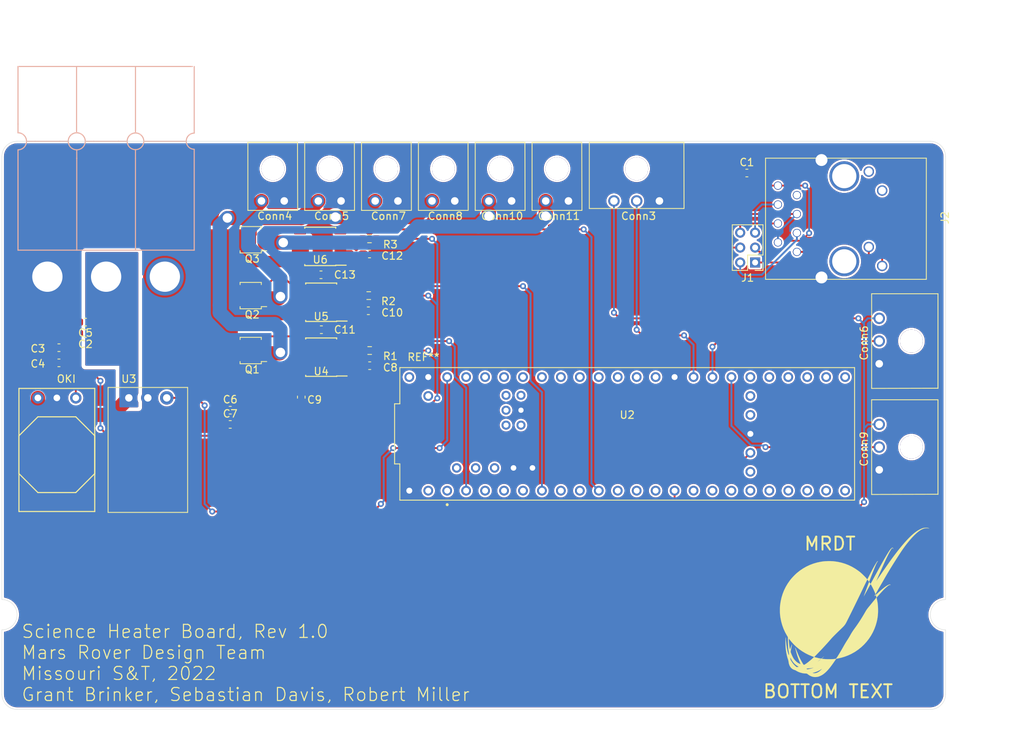
<source format=kicad_pcb>
(kicad_pcb (version 20171130) (host pcbnew "(5.1.10)-1")
  (layers (0 F.Cu signal) (31 B.Cu signal) (34 B.Paste user) (35 F.Paste user) (36 B.SilkS user) (37 F.SilkS user) (38 B.Mask user) (39 F.Mask user) (44 Edge.Cuts user))
  (net 0 "")
  (net 1 GND)
  (net 2 "Net-(C1-Pad1)")
  (net 3 +5V)
  (net 4 +3V3)
  (net 5 "Net-(Q1-Pad4)")
  (net 6 "Net-(R1-Pad2)")
  (net 7 +12V)
  (net 8 "Net-(C10-Pad1)")
  (net 9 +12VA)
  (net 10 "Net-(J1-Pad5)")
  (net 11 "Net-(J1-Pad6)")
  (net 12 "Net-(J2-Pad7)")
  (net 13 "Net-(J1-Pad2)")
  (net 14 "Net-(J1-Pad1)")
  (net 15 "Net-(J2-Pad11)")
  (net 16 "Net-(J1-Pad4)")
  (net 17 "Net-(J2-Pad12)")
  (net 18 "Net-(C1-Pad2)")
  (net 19 "Net-(C8-Pad1)")
  (net 20 "Net-(C12-Pad1)")
  (net 21 "/Mosfets and Sensors/pair1_out")
  (net 22 "Net-(Conn4-Pad1)")
  (net 23 "/Mosfets and Sensors/pair2_out")
  (net 24 "Net-(Conn7-Pad1)")
  (net 25 "/Mosfets and Sensors/pair3_out")
  (net 26 "Net-(Conn10-Pad1)")
  (net 27 "Net-(Q2-Pad4)")
  (net 28 "Net-(Q3-Pad4)")
  (net 29 "Net-(R2-Pad2)")
  (net 30 "Net-(R3-Pad2)")
  (net 31 "Net-(U2-PadVBAT)")
  (net 32 "Net-(U2-PadT+)")
  (net 33 "Net-(U2-PadON/OFF)")
  (net 34 "Net-(U2-PadR+)")
  (net 35 "Net-(U2-Pad0)")
  (net 36 "Net-(U2-PadVUSB)")
  (net 37 "Net-(U2-PadPROGRAM)")
  (net 38 "/Mosfets and Sensors/pair3_in")
  (net 39 "Net-(U2-Pad31)")
  (net 40 "Net-(U2-Pad3)")
  (net 41 "Net-(U2-Pad21)")
  (net 42 "Net-(U2-Pad5V)")
  (net 43 "Net-(U2-Pad1)")
  (net 44 "Net-(U2-Pad15)")
  (net 45 "Net-(U2-Pad35)")
  (net 46 "Net-(U2-PadLED)")
  (net 47 "Net-(U2-Pad11)")
  (net 48 "Net-(U2-PadD+)")
  (net 49 "Net-(U2-Pad19)")
  (net 50 "Net-(U2-Pad20)")
  (net 51 "Net-(U2-Pad28)")
  (net 52 "Net-(U2-Pad24)")
  (net 53 "Net-(U2-Pad32)")
  (net 54 "Net-(U2-Pad29)")
  (net 55 "Net-(U2-Pad38)")
  (net 56 "Net-(U2-Pad18)")
  (net 57 "Net-(U2-Pad8)")
  (net 58 "Net-(U2-Pad36)")
  (net 59 "Net-(U2-Pad4)")
  (net 60 "/Mosfets and Sensors/pair2_in")
  (net 61 "Net-(U2-Pad10)")
  (net 62 "Net-(U2-Pad12)")
  (net 63 "Net-(U2-Pad34)")
  (net 64 "Net-(U2-Pad27)")
  (net 65 "Net-(U2-Pad33)")
  (net 66 "Net-(U2-Pad14)")
  (net 67 "Net-(U2-Pad17)")
  (net 68 "Net-(U2-Pad5)")
  (net 69 "Net-(U2-Pad7)")
  (net 70 "Net-(U2-Pad22)")
  (net 71 "Net-(U2-Pad25)")
  (net 72 "/Mosfets and Sensors/pair1_in")
  (net 73 "Net-(U2-Pad16)")
  (net 74 "Net-(U2-Pad26)")
  (net 75 "Net-(U2-Pad13)")
  (net 76 "Net-(U2-Pad30)")
  (net 77 "Net-(U2-Pad37)")
  (net 78 "Net-(U2-Pad23)")
  (net 79 "Net-(U2-PadVIN)")
  (module MRDT_Silkscreens:0_MRDT_Logo_20mm (layer F.Cu) (at 165.1 113.538)
    (fp_text reference "Bottom Text" hide)
    (fp_text value MRDT hide)
  )
  (module Package_SO:SOIC-8-N7_3.9x4.9mm_P1.27mm (layer F.Cu) (at 93.472 65.786 180)
    (fp_text reference U6 (at 0 -1.778) (layer F.SilkS))
    (fp_text value LT1910)
    (pad 8 smd rect (at 2.7 -1.905 180) (size 1.55 0.6) (layers F.Cu F.Paste F.Mask) (net 9 +12VA))
    (pad 6 smd rect (at 2.7 0.635 180) (size 1.55 0.6) (layers F.Cu F.Paste F.Mask) (net 9 +12VA))
    (pad 5 smd rect (at 2.7 1.905 180) (size 1.55 0.6) (layers F.Cu F.Paste F.Mask) (net 28 "Net-(Q3-Pad4)"))
    (pad 4 smd rect (at -2.7 1.905 180) (size 1.55 0.6) (layers F.Cu F.Paste F.Mask) (net 38 "/Mosfets and Sensors/pair3_in"))
    (pad 3 smd rect (at -2.7 0.635 180) (size 1.55 0.6) (layers F.Cu F.Paste F.Mask) (net 30 "Net-(R3-Pad2)"))
    (pad 2 smd rect (at -2.7 -0.635 180) (size 1.55 0.6) (layers F.Cu F.Paste F.Mask) (net 20 "Net-(C12-Pad1)"))
    (pad 1 smd rect (at -2.7 -1.905 180) (size 1.55 0.6) (layers F.Cu F.Paste F.Mask) (net 1 GND))
  )
  (module Package_SO:SOIC-8-N7_3.9x4.9mm_P1.27mm (layer F.Cu) (at 93.599 73.279 180)
    (fp_text reference U5 (at 0 -1.905) (layer F.SilkS))
    (fp_text value LT1910)
    (pad 8 smd rect (at 2.7 -1.905 180) (size 1.55 0.6) (layers F.Cu F.Paste F.Mask) (net 9 +12VA))
    (pad 6 smd rect (at 2.7 0.635 180) (size 1.55 0.6) (layers F.Cu F.Paste F.Mask) (net 9 +12VA))
    (pad 5 smd rect (at 2.7 1.905 180) (size 1.55 0.6) (layers F.Cu F.Paste F.Mask) (net 27 "Net-(Q2-Pad4)"))
    (pad 4 smd rect (at -2.7 1.905 180) (size 1.55 0.6) (layers F.Cu F.Paste F.Mask) (net 60 "/Mosfets and Sensors/pair2_in"))
    (pad 3 smd rect (at -2.7 0.635 180) (size 1.55 0.6) (layers F.Cu F.Paste F.Mask) (net 29 "Net-(R2-Pad2)"))
    (pad 2 smd rect (at -2.7 -0.635 180) (size 1.55 0.6) (layers F.Cu F.Paste F.Mask) (net 8 "Net-(C10-Pad1)"))
    (pad 1 smd rect (at -2.7 -1.905 180) (size 1.55 0.6) (layers F.Cu F.Paste F.Mask) (net 1 GND))
  )
  (module Package_SO:SOIC-8-N7_3.9x4.9mm_P1.27mm (layer F.Cu) (at 93.599 80.645 180)
    (fp_text reference U4 (at 0 -1.905) (layer F.SilkS))
    (fp_text value LT1910)
    (pad 8 smd rect (at 2.7 -1.905 180) (size 1.55 0.6) (layers F.Cu F.Paste F.Mask) (net 9 +12VA))
    (pad 6 smd rect (at 2.7 0.635 180) (size 1.55 0.6) (layers F.Cu F.Paste F.Mask) (net 9 +12VA))
    (pad 5 smd rect (at 2.7 1.905 180) (size 1.55 0.6) (layers F.Cu F.Paste F.Mask) (net 5 "Net-(Q1-Pad4)"))
    (pad 4 smd rect (at -2.7 1.905 180) (size 1.55 0.6) (layers F.Cu F.Paste F.Mask) (net 72 "/Mosfets and Sensors/pair1_in"))
    (pad 3 smd rect (at -2.7 0.635 180) (size 1.55 0.6) (layers F.Cu F.Paste F.Mask) (net 6 "Net-(R1-Pad2)"))
    (pad 2 smd rect (at -2.7 -0.635 180) (size 1.55 0.6) (layers F.Cu F.Paste F.Mask) (net 19 "Net-(C8-Pad1)"))
    (pad 1 smd rect (at -2.7 -1.905 180) (size 1.55 0.6) (layers F.Cu F.Paste F.Mask) (net 1 GND))
  )
  (module Converter_DCDC:Converter_DCDC_muRata_OKI-78SR_Horizontal (layer F.Cu) (at 67.818 86.106)
    (fp_text reference U3 (at 0 -2.54 180) (layer F.SilkS))
    (fp_text value OKI-78SR-3.3_1.5-W36H-C)
    (pad 3 thru_hole circle (at 5.08 0 180) (size 1.8 1.8) (drill 1) (layers *.Cu *.Mask) (net 4 +3V3))
    (pad 2 thru_hole circle (at 2.54 0 180) (size 1.8 1.8) (drill 1) (layers *.Cu *.Mask) (net 1 GND))
    (pad 1 thru_hole rect (at 0 0 180) (size 1.8 1.8) (drill 1) (layers *.Cu *.Mask) (net 7 +12V))
  )
  (module MRDT_Shields:Teensy_4_1_Vertical (layer F.Cu) (at 83.82 55.372)
    (fp_text reference U2 (at 50.8 33.02) (layer F.SilkS))
    (fp_text value Teensy4.1_DEV-16771)
    (fp_text user REF** (at 23.495 25.265) (layer F.SilkS))
    (pad GND1 thru_hole circle (at 21.59 43.18) (size 1.308 1.308) (drill 0.8) (layers *.Cu *.Mask) (net 1 GND))
    (pad VBAT thru_hole circle (at 67.31 40.64) (size 1.308 1.308) (drill 0.8) (layers *.Cu *.Mask) (net 31 "Net-(U2-PadVBAT)"))
    (pad GND2 thru_hole circle (at 57.15 27.94) (size 1.308 1.308) (drill 0.8) (layers *.Cu *.Mask) (net 1 GND))
    (pad R- thru_hole circle (at 36.56 30.39) (size 1.208 1.208) (drill 0.7) (layers *.Cu *.Mask))
    (pad T+ thru_hole circle (at 36.56 34.39) (size 1.208 1.208) (drill 0.7) (layers *.Cu *.Mask) (net 32 "Net-(U2-PadT+)"))
    (pad ON/OFF thru_hole circle (at 67.31 30.48) (size 1.308 1.308) (drill 0.8) (layers *.Cu *.Mask) (net 33 "Net-(U2-PadON/OFF)"))
    (pad R+ thru_hole circle (at 34.56 30.39) (size 1.208 1.208) (drill 0.7) (layers *.Cu *.Mask) (net 34 "Net-(U2-PadR+)"))
    (pad 0 thru_hole circle (at 24.13 43.18) (size 1.308 1.308) (drill 0.8) (layers *.Cu *.Mask) (net 35 "Net-(U2-Pad0)"))
    (pad 3.3V_3 thru_hole circle (at 67.31 38.1) (size 1.308 1.308) (drill 0.8) (layers *.Cu *.Mask) (net 4 +3V3))
    (pad VUSB thru_hole circle (at 24.13 30.48) (size 1.308 1.308) (drill 0.8) (layers *.Cu *.Mask) (net 36 "Net-(U2-PadVUSB)"))
    (pad PROGRAM thru_hole circle (at 67.31 33.02) (size 1.308 1.308) (drill 0.8) (layers *.Cu *.Mask) (net 37 "Net-(U2-PadPROGRAM)"))
    (pad GND5 thru_hole circle (at 36.56 32.39) (size 1.208 1.208) (drill 0.7) (layers *.Cu *.Mask) (net 1 GND))
    (pad GND4 thru_hole circle (at 67.31 35.56) (size 1.308 1.308) (drill 0.8) (layers *.Cu *.Mask) (net 1 GND))
    (pad VIN thru_hole circle (at 21.59 27.94) (size 1.308 1.308) (drill 0.8) (layers *.Cu *.Mask) (net 79 "Net-(U2-PadVIN)"))
    (pad 9 thru_hole circle (at 46.99 43.18) (size 1.308 1.308) (drill 0.8) (layers *.Cu *.Mask) (net 38 "/Mosfets and Sensors/pair3_in"))
    (pad 31 thru_hole circle (at 77.47 43.18) (size 1.308 1.308) (drill 0.8) (layers *.Cu *.Mask) (net 39 "Net-(U2-Pad31)"))
    (pad 39 thru_hole circle (at 64.77 27.94) (size 1.308 1.308) (drill 0.8) (layers *.Cu *.Mask) (net 25 "/Mosfets and Sensors/pair3_out"))
    (pad 3 thru_hole circle (at 31.75 43.18) (size 1.308 1.308) (drill 0.8) (layers *.Cu *.Mask) (net 40 "Net-(U2-Pad3)"))
    (pad 21 thru_hole circle (at 34.29 27.94) (size 1.308 1.308) (drill 0.8) (layers *.Cu *.Mask) (net 41 "Net-(U2-Pad21)"))
    (pad 3.3V_2 thru_hole circle (at 26.67 27.94) (size 1.308 1.308) (drill 0.8) (layers *.Cu *.Mask) (net 4 +3V3))
    (pad 5V thru_hole circle (at 27.94 40.13) (size 1.258 1.258) (drill 0.75) (layers *.Cu *.Mask) (net 42 "Net-(U2-Pad5V)"))
    (pad 1 thru_hole circle (at 26.67 43.18) (size 1.308 1.308) (drill 0.8) (layers *.Cu *.Mask) (net 43 "Net-(U2-Pad1)"))
    (pad D- thru_hole circle (at 30.48 40.13) (size 1.258 1.258) (drill 0.75) (layers *.Cu *.Mask))
    (pad 15 thru_hole circle (at 49.53 27.94) (size 1.308 1.308) (drill 0.8) (layers *.Cu *.Mask) (net 44 "Net-(U2-Pad15)"))
    (pad GND3 thru_hole circle (at 24.13 27.94) (size 1.308 1.308) (drill 0.8) (layers *.Cu *.Mask) (net 1 GND))
    (pad 35 thru_hole circle (at 74.93 27.94) (size 1.308 1.308) (drill 0.8) (layers *.Cu *.Mask) (net 45 "Net-(U2-Pad35)"))
    (pad LED thru_hole circle (at 34.56 32.39) (size 1.208 1.208) (drill 0.7) (layers *.Cu *.Mask) (net 46 "Net-(U2-PadLED)"))
    (pad 41 thru_hole circle (at 59.69 27.94) (size 1.308 1.308) (drill 0.8) (layers *.Cu *.Mask) (net 21 "/Mosfets and Sensors/pair1_out"))
    (pad 11 thru_hole circle (at 52.07 43.18) (size 1.308 1.308) (drill 0.8) (layers *.Cu *.Mask) (net 47 "Net-(U2-Pad11)"))
    (pad D+ thru_hole circle (at 33.02 40.13 180) (size 1.258 1.258) (drill 0.75) (layers *.Cu *.Mask) (net 48 "Net-(U2-PadD+)"))
    (pad 19 thru_hole circle (at 39.37 27.94) (size 1.308 1.308) (drill 0.8) (layers *.Cu *.Mask) (net 49 "Net-(U2-Pad19)"))
    (pad 20 thru_hole circle (at 36.83 27.94) (size 1.308 1.308) (drill 0.8) (layers *.Cu *.Mask) (net 50 "Net-(U2-Pad20)"))
    (pad 28 thru_hole circle (at 69.85 43.18) (size 1.308 1.308) (drill 0.8) (layers *.Cu *.Mask) (net 51 "Net-(U2-Pad28)"))
    (pad 24 thru_hole circle (at 59.69 43.18) (size 1.308 1.308) (drill 0.8) (layers *.Cu *.Mask) (net 52 "Net-(U2-Pad24)"))
    (pad 32 thru_hole circle (at 80.01 43.18) (size 1.308 1.308) (drill 0.8) (layers *.Cu *.Mask) (net 53 "Net-(U2-Pad32)"))
    (pad 29 thru_hole circle (at 72.39 43.18) (size 1.308 1.308) (drill 0.8) (layers *.Cu *.Mask) (net 54 "Net-(U2-Pad29)"))
    (pad 38 thru_hole circle (at 67.31 27.94) (size 1.308 1.308) (drill 0.8) (layers *.Cu *.Mask) (net 55 "Net-(U2-Pad38)"))
    (pad 18 thru_hole circle (at 41.91 27.94) (size 1.308 1.308) (drill 0.8) (layers *.Cu *.Mask) (net 56 "Net-(U2-Pad18)"))
    (pad 8 thru_hole circle (at 44.45 43.18) (size 1.308 1.308) (drill 0.8) (layers *.Cu *.Mask) (net 57 "Net-(U2-Pad8)"))
    (pad T- thru_hole circle (at 34.56 34.39 270) (size 1.208 1.208) (drill 0.7) (layers *.Cu *.Mask))
    (pad 36 thru_hole circle (at 72.39 27.94) (size 1.308 1.308) (drill 0.8) (layers *.Cu *.Mask) (net 58 "Net-(U2-Pad36)"))
    (pad 40 thru_hole circle (at 62.23 27.94) (size 1.308 1.308) (drill 0.8) (layers *.Cu *.Mask) (net 23 "/Mosfets and Sensors/pair2_out"))
    (pad 4 thru_hole circle (at 34.29 43.18) (size 1.308 1.308) (drill 0.8) (layers *.Cu *.Mask) (net 59 "Net-(U2-Pad4)"))
    (pad USB_GND1 thru_hole circle (at 35.56 40.13 180) (size 1.258 1.258) (drill 0.75) (layers *.Cu *.Mask) (net 1 GND))
    (pad 6 thru_hole circle (at 39.37 43.18) (size 1.308 1.308) (drill 0.8) (layers *.Cu *.Mask) (net 60 "/Mosfets and Sensors/pair2_in"))
    (pad 10 thru_hole circle (at 49.53 43.18) (size 1.308 1.308) (drill 0.8) (layers *.Cu *.Mask) (net 61 "Net-(U2-Pad10)"))
    (pad 12 thru_hole circle (at 54.61 43.18) (size 1.308 1.308) (drill 0.8) (layers *.Cu *.Mask) (net 62 "Net-(U2-Pad12)"))
    (pad 34 thru_hole circle (at 77.47 27.94) (size 1.308 1.308) (drill 0.8) (layers *.Cu *.Mask) (net 63 "Net-(U2-Pad34)"))
    (pad 27 thru_hole circle (at 67.31 43.18) (size 1.308 1.308) (drill 0.8) (layers *.Cu *.Mask) (net 64 "Net-(U2-Pad27)"))
    (pad 33 thru_hole circle (at 80.01 27.94) (size 1.308 1.308) (drill 0.8) (layers *.Cu *.Mask) (net 65 "Net-(U2-Pad33)"))
    (pad USB_GND2 thru_hole circle (at 38.1 40.13) (size 1.258 1.258) (drill 0.75) (layers *.Cu *.Mask) (net 1 GND))
    (pad 14 thru_hole circle (at 52.07 27.94) (size 1.308 1.308) (drill 0.8) (layers *.Cu *.Mask) (net 66 "Net-(U2-Pad14)"))
    (pad 17 thru_hole circle (at 44.45 27.94) (size 1.308 1.308) (drill 0.8) (layers *.Cu *.Mask) (net 67 "Net-(U2-Pad17)"))
    (pad 5 thru_hole circle (at 36.83 43.18) (size 1.308 1.308) (drill 0.8) (layers *.Cu *.Mask) (net 68 "Net-(U2-Pad5)"))
    (pad 7 thru_hole circle (at 41.91 43.18) (size 1.308 1.308) (drill 0.8) (layers *.Cu *.Mask) (net 69 "Net-(U2-Pad7)"))
    (pad 22 thru_hole circle (at 31.75 27.94) (size 1.308 1.308) (drill 0.8) (layers *.Cu *.Mask) (net 70 "Net-(U2-Pad22)"))
    (pad 25 thru_hole circle (at 62.23 43.18) (size 1.308 1.308) (drill 0.8) (layers *.Cu *.Mask) (net 71 "Net-(U2-Pad25)"))
    (pad 2 thru_hole circle (at 29.21 43.18) (size 1.308 1.308) (drill 0.8) (layers *.Cu *.Mask) (net 72 "/Mosfets and Sensors/pair1_in"))
    (pad 16 thru_hole circle (at 46.99 27.94) (size 1.308 1.308) (drill 0.8) (layers *.Cu *.Mask) (net 73 "Net-(U2-Pad16)"))
    (pad 26 thru_hole circle (at 64.77 43.18) (size 1.308 1.308) (drill 0.8) (layers *.Cu *.Mask) (net 74 "Net-(U2-Pad26)"))
    (pad 3.3V_1 thru_hole circle (at 57.15 43.18) (size 1.308 1.308) (drill 0.8) (layers *.Cu *.Mask) (net 4 +3V3))
    (pad 13 thru_hole circle (at 54.61 27.94) (size 1.308 1.308) (drill 0.8) (layers *.Cu *.Mask) (net 75 "Net-(U2-Pad13)"))
    (pad 30 thru_hole circle (at 74.93 43.18) (size 1.308 1.308) (drill 0.8) (layers *.Cu *.Mask) (net 76 "Net-(U2-Pad30)"))
    (pad 37 thru_hole circle (at 69.85 27.94) (size 1.308 1.308) (drill 0.8) (layers *.Cu *.Mask) (net 77 "Net-(U2-Pad37)"))
    (pad 23 thru_hole circle (at 29.21 27.94) (size 1.308 1.308) (drill 0.8) (layers *.Cu *.Mask) (net 78 "Net-(U2-Pad23)"))
  )
  (module MRDT_Devices:OKI_Horizontal (layer F.Cu) (at 55.626 86.106)
    (fp_text reference U1 hide)
    (fp_text value OKI (at 3.81 -2.54) (layer F.SilkS))
    (pad 3 thru_hole circle (at 5.08 0) (size 1.524 1.524) (drill 0.889) (layers *.Cu *.Mask) (net 3 +5V))
    (pad 2 thru_hole circle (at 2.54 0) (size 1.524 1.524) (drill 0.889) (layers *.Cu *.Mask) (net 1 GND))
    (pad 1 thru_hole circle (at 0 0) (size 1.524 1.524) (drill 0.889) (layers *.Cu *.Mask) (net 7 +12V))
  )
  (module Resistor_SMD:R_0603_1608Metric_Pad0.98x0.95mm_HandSolder (layer F.Cu) (at 100.076 64.77 180)
    (fp_text reference R3 (at -2.794 -0.762) (layer F.SilkS))
    (fp_text value 5.1k)
    (pad 2 smd roundrect (at 0.9125 0 180) (size 0.975 0.95) (layers F.Cu F.Paste F.Mask) (net 30 "Net-(R3-Pad2)"))
    (pad 1 smd roundrect (at -0.9125 0 180) (size 0.975 0.95) (layers F.Cu F.Paste F.Mask) (net 3 +5V))
  )
  (module Resistor_SMD:R_0603_1608Metric_Pad0.98x0.95mm_HandSolder (layer F.Cu) (at 99.9725 72.39 180)
    (fp_text reference R2 (at -2.6435 -0.762) (layer F.SilkS))
    (fp_text value 5.1k)
    (pad 2 smd roundrect (at 0.9125 0 180) (size 0.975 0.95) (layers F.Cu F.Paste F.Mask) (net 29 "Net-(R2-Pad2)"))
    (pad 1 smd roundrect (at -0.9125 0 180) (size 0.975 0.95) (layers F.Cu F.Paste F.Mask) (net 3 +5V))
  )
  (module Resistor_SMD:R_0603_1608Metric_Pad0.98x0.95mm_HandSolder (layer F.Cu) (at 100.0995 79.756 180)
    (fp_text reference R1 (at -2.7705 -0.762) (layer F.SilkS))
    (fp_text value 5.1k)
    (pad 2 smd roundrect (at 0.9125 0 180) (size 0.975 0.95) (layers F.Cu F.Paste F.Mask) (net 6 "Net-(R1-Pad2)"))
    (pad 1 smd roundrect (at -0.9125 0 180) (size 0.975 0.95) (layers F.Cu F.Paste F.Mask) (net 3 +5V))
  )
  (module Package_TO_SOT_SMD:LFPAK33 (layer F.Cu) (at 84.352 64.897 180)
    (fp_text reference Q3 (at 0 -2.55) (layer F.SilkS))
    (fp_text value BUK7M33-60EX)
    (pad 5 smd custom (at 0.405 0 180) (size 1.85 2.25) (layers F.Cu F.Mask) (net 9 +12VA) (options (clearance outline) (anchor rect)) (primitives (gr_poly (pts (xy 0.925 -1.175) (xy 1.545 -1.175) (xy 1.545 -0.775) (xy 0.925 -0.775)) (width 0)) (gr_poly (pts (xy 0.925 -0.525) (xy 1.545 -0.525) (xy 1.545 -0.125) (xy 0.925 -0.125)) (width 0)) (gr_poly (pts (xy 0.925 0.125) (xy 1.545 0.125) (xy 1.545 0.525) (xy 0.925 0.525)) (width 0)) (gr_poly (pts (xy 0.925 0.775) (xy 1.545 0.775) (xy 1.545 1.175) (xy 0.925 1.175)) (width 0))))
    (pad 4 smd rect (at -1.535 0.975 180) (size 0.83 0.4) (layers F.Cu F.Mask) (net 28 "Net-(Q3-Pad4)"))
    (pad 3 smd rect (at -1.535 0.325 180) (size 0.83 0.4) (layers F.Cu F.Mask) (net 26 "Net-(Conn10-Pad1)"))
    (pad 1 smd rect (at -1.535 -0.975 180) (size 0.83 0.4) (layers F.Cu F.Mask) (net 26 "Net-(Conn10-Pad1)"))
    (pad 2 smd rect (at -1.535 -0.325 180) (size 0.83 0.4) (layers F.Cu F.Mask) (net 26 "Net-(Conn10-Pad1)"))
  )
  (module Package_TO_SOT_SMD:LFPAK33 (layer F.Cu) (at 84.352 72.39 180)
    (fp_text reference Q2 (at 0 -2.55) (layer F.SilkS))
    (fp_text value BUK7M33-60EX)
    (pad 5 smd custom (at 0.405 0 180) (size 1.85 2.25) (layers F.Cu F.Mask) (net 9 +12VA) (options (clearance outline) (anchor rect)) (primitives (gr_poly (pts (xy 0.925 -1.175) (xy 1.545 -1.175) (xy 1.545 -0.775) (xy 0.925 -0.775)) (width 0)) (gr_poly (pts (xy 0.925 -0.525) (xy 1.545 -0.525) (xy 1.545 -0.125) (xy 0.925 -0.125)) (width 0)) (gr_poly (pts (xy 0.925 0.125) (xy 1.545 0.125) (xy 1.545 0.525) (xy 0.925 0.525)) (width 0)) (gr_poly (pts (xy 0.925 0.775) (xy 1.545 0.775) (xy 1.545 1.175) (xy 0.925 1.175)) (width 0))))
    (pad 4 smd rect (at -1.535 0.975 180) (size 0.83 0.4) (layers F.Cu F.Mask) (net 27 "Net-(Q2-Pad4)"))
    (pad 3 smd rect (at -1.535 0.325 180) (size 0.83 0.4) (layers F.Cu F.Mask) (net 24 "Net-(Conn7-Pad1)"))
    (pad 1 smd rect (at -1.535 -0.975 180) (size 0.83 0.4) (layers F.Cu F.Mask) (net 24 "Net-(Conn7-Pad1)"))
    (pad 2 smd rect (at -1.535 -0.325 180) (size 0.83 0.4) (layers F.Cu F.Mask) (net 24 "Net-(Conn7-Pad1)"))
  )
  (module Package_TO_SOT_SMD:LFPAK33 (layer F.Cu) (at 84.352 79.756 180)
    (fp_text reference Q1 (at 0 -2.55) (layer F.SilkS))
    (fp_text value BUK7M33-60EX)
    (pad 5 smd custom (at 0.405 0 180) (size 1.85 2.25) (layers F.Cu F.Mask) (net 9 +12VA) (options (clearance outline) (anchor rect)) (primitives (gr_poly (pts (xy 0.925 -1.175) (xy 1.545 -1.175) (xy 1.545 -0.775) (xy 0.925 -0.775)) (width 0)) (gr_poly (pts (xy 0.925 -0.525) (xy 1.545 -0.525) (xy 1.545 -0.125) (xy 0.925 -0.125)) (width 0)) (gr_poly (pts (xy 0.925 0.125) (xy 1.545 0.125) (xy 1.545 0.525) (xy 0.925 0.525)) (width 0)) (gr_poly (pts (xy 0.925 0.775) (xy 1.545 0.775) (xy 1.545 1.175) (xy 0.925 1.175)) (width 0))))
    (pad 4 smd rect (at -1.535 0.975 180) (size 0.83 0.4) (layers F.Cu F.Mask) (net 5 "Net-(Q1-Pad4)"))
    (pad 3 smd rect (at -1.535 0.325 180) (size 0.83 0.4) (layers F.Cu F.Mask) (net 22 "Net-(Conn4-Pad1)"))
    (pad 1 smd rect (at -1.535 -0.975 180) (size 0.83 0.4) (layers F.Cu F.Mask) (net 22 "Net-(Conn4-Pad1)"))
    (pad 2 smd rect (at -1.535 -0.325 180) (size 0.83 0.4) (layers F.Cu F.Mask) (net 22 "Net-(Conn4-Pad1)"))
  )
  (module MRDT_Connectors:RJ45_Teensy (layer F.Cu) (at 176.715 61.953 90)
    (fp_text reference J2 (at 0 0.5 90) (layer F.SilkS))
    (fp_text value RJ45_LED_Shielded)
    (pad 8 thru_hole circle (at 4.32 -21.89 90) (size 1.1 1.1) (drill 0.9) (layers *.Cu *.Mask) (net 18 "Net-(C1-Pad2)"))
    (pad 6 thru_hole circle (at 1.78 -21.89 90) (size 1.1 1.1) (drill 0.9) (layers *.Cu *.Mask) (net 10 "Net-(J1-Pad5)"))
    (pad 4 thru_hole circle (at -0.76 -21.89 90) (size 1.1 1.1) (drill 0.9) (layers *.Cu *.Mask) (net 11 "Net-(J1-Pad6)"))
    (pad 2 thru_hole circle (at -3.3 -21.89 90) (size 1.1 1.1) (drill 0.9) (layers *.Cu *.Mask) (net 2 "Net-(C1-Pad1)"))
    (pad 7 thru_hole circle (at 3.05 -19.35 90) (size 1.1 1.1) (drill 0.9) (layers *.Cu *.Mask) (net 12 "Net-(J2-Pad7)"))
    (pad 5 thru_hole circle (at 0.51 -19.35 90) (size 1.1 1.1) (drill 0.9) (layers *.Cu *.Mask) (net 2 "Net-(C1-Pad1)"))
    (pad 3 thru_hole circle (at -2.03 -19.35 90) (size 1.1 1.1) (drill 0.9) (layers *.Cu *.Mask) (net 13 "Net-(J1-Pad2)"))
    (pad 1 thru_hole circle (at -4.57 -19.35 90) (size 1.1 1.1) (drill 0.9) (layers *.Cu *.Mask) (net 14 "Net-(J1-Pad1)"))
    (pad 14 thru_hole circle (at 5.59 -13 90) (size 4 4) (drill 3.25) (layers *.Cu *.Mask))
    (pad 13 thru_hole circle (at -5.84 -13 90) (size 4 4) (drill 3.25) (layers *.Cu *.Mask))
    (pad 11 thru_hole circle (at 3.66 -7.92 90) (size 1.4 1.4) (drill 1.02) (layers *.Cu *.Mask) (net 15 "Net-(J2-Pad11)"))
    (pad 10 thru_hole circle (at -3.91 -9.71 90) (size 1.4 1.4) (drill 1.02) (layers *.Cu *.Mask) (net 16 "Net-(J1-Pad4)"))
    (pad 12 thru_hole circle (at 6.2 -9.71 90) (size 1.4 1.4) (drill 1.02) (layers *.Cu *.Mask) (net 17 "Net-(J2-Pad12)"))
    (pad 9 thru_hole circle (at -6.45 -7.92 90) (size 1.4 1.4) (drill 1.02) (layers *.Cu *.Mask) (net 18 "Net-(C1-Pad2)"))
    (pad 15 thru_hole circle (at -8 -16.05 90) (size 2 2) (drill 1.6) (layers *.Cu *.Mask) (net 1 GND))
    (pad 16 thru_hole circle (at 7.75 -16.05 90) (size 2 2) (drill 1.6) (layers *.Cu *.Mask) (net 1 GND))
  )
  (module Connector_PinHeader_2.00mm:PinHeader_2x03_P2.00mm_Vertical (layer F.Cu) (at 151.765 67.945 180)
    (fp_text reference J1 (at 1 -2.06) (layer F.SilkS))
    (fp_text value 6P6C)
    (pad 6 thru_hole oval (at 2 4 180) (size 1.35 1.35) (drill 0.8) (layers *.Cu *.Mask) (net 11 "Net-(J1-Pad6)"))
    (pad 5 thru_hole oval (at 0 4 180) (size 1.35 1.35) (drill 0.8) (layers *.Cu *.Mask) (net 10 "Net-(J1-Pad5)"))
    (pad 4 thru_hole oval (at 2 2 180) (size 1.35 1.35) (drill 0.8) (layers *.Cu *.Mask) (net 16 "Net-(J1-Pad4)"))
    (pad 3 thru_hole oval (at 0 2 180) (size 1.35 1.35) (drill 0.8) (layers *.Cu *.Mask) (net 18 "Net-(C1-Pad2)"))
    (pad 2 thru_hole oval (at 2 0 180) (size 1.35 1.35) (drill 0.8) (layers *.Cu *.Mask) (net 13 "Net-(J1-Pad2)"))
    (pad 1 thru_hole rect (at 0 0 180) (size 1.35 1.35) (drill 0.8) (layers *.Cu *.Mask) (net 14 "Net-(J1-Pad1)"))
  )
  (module MRDT_Connectors:MOLEX_uF_S_02_Horizontal (layer F.Cu) (at 125.222 60.706)
    (fp_text reference Conn11 (at 0.254 1.016) (layer F.SilkS))
    (fp_text value Molex_uF_S_02)
    (pad 1 thru_hole circle (at -1.524 -1.016 90) (size 1.524 1.524) (drill 1.016) (layers *.Cu *.Mask) (net 26 "Net-(Conn10-Pad1)"))
    (pad 2 thru_hole circle (at 1.524 -1.016 90) (size 1.524 1.524) (drill 1.016) (layers *.Cu *.Mask) (net 1 GND))
    (pad "" thru_hole circle (at 0 -5.334) (size 3.0734 3.0734) (drill 3.0734) (layers *.Cu *.Mask))
  )
  (module MRDT_Connectors:MOLEX_uF_S_02_Horizontal (layer F.Cu) (at 117.602 60.706)
    (fp_text reference Conn10 (at 0.254 1.016) (layer F.SilkS))
    (fp_text value Molex_uF_S_02)
    (pad 1 thru_hole circle (at -1.524 -1.016 90) (size 1.524 1.524) (drill 1.016) (layers *.Cu *.Mask) (net 26 "Net-(Conn10-Pad1)"))
    (pad 2 thru_hole circle (at 1.524 -1.016 90) (size 1.524 1.524) (drill 1.016) (layers *.Cu *.Mask) (net 1 GND))
    (pad "" thru_hole circle (at 0 -5.334) (size 3.0734 3.0734) (drill 3.0734) (layers *.Cu *.Mask))
  )
  (module MRDT_Connectors:MOLEX_uF_S_03_Horizontal (layer F.Cu) (at 167.386 92.71 270)
    (fp_text reference Conn9 (at 0.254 1.016 90) (layer F.SilkS))
    (fp_text value Molex_uF_S_03)
    (pad 3 thru_hole circle (at 3.048 -1.016) (size 1.524 1.524) (drill 1.016) (layers *.Cu *.Mask) (net 1 GND))
    (pad "" thru_hole circle (at 0 -5.334 270) (size 3.0734 3.0734) (drill 3.0734) (layers *.Cu *.Mask))
    (pad 2 thru_hole circle (at 0 -1.016) (size 1.524 1.524) (drill 1.016) (layers *.Cu *.Mask) (net 25 "/Mosfets and Sensors/pair3_out"))
    (pad 1 thru_hole circle (at -3.048 -1.016) (size 1.524 1.524) (drill 1.016) (layers *.Cu *.Mask) (net 4 +3V3))
  )
  (module MRDT_Connectors:MOLEX_uF_S_02_Horizontal (layer F.Cu) (at 109.982 60.706)
    (fp_text reference Conn8 (at 0.254 1.016) (layer F.SilkS))
    (fp_text value Molex_uF_S_02)
    (pad 1 thru_hole circle (at -1.524 -1.016 90) (size 1.524 1.524) (drill 1.016) (layers *.Cu *.Mask) (net 24 "Net-(Conn7-Pad1)"))
    (pad 2 thru_hole circle (at 1.524 -1.016 90) (size 1.524 1.524) (drill 1.016) (layers *.Cu *.Mask) (net 1 GND))
    (pad "" thru_hole circle (at 0 -5.334) (size 3.0734 3.0734) (drill 3.0734) (layers *.Cu *.Mask))
  )
  (module MRDT_Connectors:MOLEX_uF_S_02_Horizontal (layer F.Cu) (at 102.362 60.706)
    (fp_text reference Conn7 (at 0.254 1.016) (layer F.SilkS))
    (fp_text value Molex_uF_S_02)
    (pad 1 thru_hole circle (at -1.524 -1.016 90) (size 1.524 1.524) (drill 1.016) (layers *.Cu *.Mask) (net 24 "Net-(Conn7-Pad1)"))
    (pad 2 thru_hole circle (at 1.524 -1.016 90) (size 1.524 1.524) (drill 1.016) (layers *.Cu *.Mask) (net 1 GND))
    (pad "" thru_hole circle (at 0 -5.334) (size 3.0734 3.0734) (drill 3.0734) (layers *.Cu *.Mask))
  )
  (module MRDT_Connectors:MOLEX_uF_S_03_Horizontal (layer F.Cu) (at 167.386 78.486 270)
    (fp_text reference Conn6 (at 0.254 1.016 90) (layer F.SilkS))
    (fp_text value Molex_uF_S_03)
    (pad 3 thru_hole circle (at 3.048 -1.016) (size 1.524 1.524) (drill 1.016) (layers *.Cu *.Mask) (net 1 GND))
    (pad "" thru_hole circle (at 0 -5.334 270) (size 3.0734 3.0734) (drill 3.0734) (layers *.Cu *.Mask))
    (pad 2 thru_hole circle (at 0 -1.016) (size 1.524 1.524) (drill 1.016) (layers *.Cu *.Mask) (net 23 "/Mosfets and Sensors/pair2_out"))
    (pad 1 thru_hole circle (at -3.048 -1.016) (size 1.524 1.524) (drill 1.016) (layers *.Cu *.Mask) (net 4 +3V3))
  )
  (module MRDT_Connectors:MOLEX_uF_S_02_Horizontal (layer F.Cu) (at 94.742 60.706)
    (fp_text reference Conn5 (at 0.254 1.016) (layer F.SilkS))
    (fp_text value Molex_uF_S_02)
    (pad 1 thru_hole circle (at -1.524 -1.016 90) (size 1.524 1.524) (drill 1.016) (layers *.Cu *.Mask) (net 22 "Net-(Conn4-Pad1)"))
    (pad 2 thru_hole circle (at 1.524 -1.016 90) (size 1.524 1.524) (drill 1.016) (layers *.Cu *.Mask) (net 1 GND))
    (pad "" thru_hole circle (at 0 -5.334) (size 3.0734 3.0734) (drill 3.0734) (layers *.Cu *.Mask))
  )
  (module MRDT_Connectors:MOLEX_uF_S_02_Horizontal (layer F.Cu) (at 87.122 60.706)
    (fp_text reference Conn4 (at 0.254 1.016) (layer F.SilkS))
    (fp_text value Molex_uF_S_02)
    (pad 1 thru_hole circle (at -1.524 -1.016 90) (size 1.524 1.524) (drill 1.016) (layers *.Cu *.Mask) (net 22 "Net-(Conn4-Pad1)"))
    (pad 2 thru_hole circle (at 1.524 -1.016 90) (size 1.524 1.524) (drill 1.016) (layers *.Cu *.Mask) (net 1 GND))
    (pad "" thru_hole circle (at 0 -5.334) (size 3.0734 3.0734) (drill 3.0734) (layers *.Cu *.Mask))
  )
  (module MRDT_Connectors:MOLEX_uF_S_03_Horizontal (layer F.Cu) (at 135.89 60.706)
    (fp_text reference Conn3 (at 0.254 1.016) (layer F.SilkS))
    (fp_text value Molex_uF_S_03)
    (pad 1 thru_hole circle (at -3.048 -1.016 90) (size 1.524 1.524) (drill 1.016) (layers *.Cu *.Mask) (net 4 +3V3))
    (pad 2 thru_hole circle (at 0 -1.016 90) (size 1.524 1.524) (drill 1.016) (layers *.Cu *.Mask) (net 21 "/Mosfets and Sensors/pair1_out"))
    (pad "" thru_hole circle (at 0 -5.334) (size 3.0734 3.0734) (drill 3.0734) (layers *.Cu *.Mask))
    (pad 3 thru_hole circle (at 3.048 -1.016 90) (size 1.524 1.524) (drill 1.016) (layers *.Cu *.Mask) (net 1 GND))
  )
  (module MRDT_Connectors:Anderson_3_Horizontal_Side_by_Side (layer B.Cu) (at 56.896 69.85 270)
    (fp_text reference Conn2 hide)
    (fp_text value AndersonPP)
    (pad 1 thru_hole circle (at 0 0 270) (size 5.08 5.08) (drill 4.06) (layers *.Cu *.Mask) (net 1 GND))
    (pad 2 thru_hole circle (at 0 -7.874 270) (size 5.08 5.08) (drill 4.06) (layers *.Cu *.Mask) (net 7 +12V))
    (pad 3 thru_hole circle (at 0 -15.748 270) (size 5.08 5.08) (drill 4.06) (layers *.Cu *.Mask) (net 9 +12VA))
  )
  (module Capacitor_SMD:C_0603_1608Metric_Pad1.08x0.95mm_HandSolder (layer F.Cu) (at 93.5725 69.596)
    (fp_text reference C13 (at 3.2015 0) (layer F.SilkS))
    (fp_text value "10uF 50V")
    (pad 2 smd roundrect (at 0.8625 0) (size 1.075 0.95) (layers F.Cu F.Paste F.Mask) (net 1 GND))
    (pad 1 smd roundrect (at -0.8625 0) (size 1.075 0.95) (layers F.Cu F.Paste F.Mask) (net 9 +12VA))
  )
  (module Capacitor_SMD:C_0603_1608Metric_Pad1.08x0.95mm_HandSolder (layer F.Cu) (at 100.076 66.802)
    (fp_text reference C12 (at 3.048 0.254) (layer F.SilkS))
    (fp_text value 0.1uF)
    (pad 2 smd roundrect (at 0.8625 0) (size 1.075 0.95) (layers F.Cu F.Paste F.Mask) (net 1 GND))
    (pad 1 smd roundrect (at -0.8625 0) (size 1.075 0.95) (layers F.Cu F.Paste F.Mask) (net 20 "Net-(C12-Pad1)"))
  )
  (module Capacitor_SMD:C_0603_1608Metric_Pad1.08x0.95mm_HandSolder (layer F.Cu) (at 93.6255 76.962)
    (fp_text reference C11 (at 3.1485 0) (layer F.SilkS))
    (fp_text value "10uF 50V")
    (pad 2 smd roundrect (at 0.8625 0) (size 1.075 0.95) (layers F.Cu F.Paste F.Mask) (net 1 GND))
    (pad 1 smd roundrect (at -0.8625 0) (size 1.075 0.95) (layers F.Cu F.Paste F.Mask) (net 9 +12VA))
  )
  (module Capacitor_SMD:C_0603_1608Metric_Pad1.08x0.95mm_HandSolder (layer F.Cu) (at 99.9225 74.422)
    (fp_text reference C10 (at 3.2015 0.254) (layer F.SilkS))
    (fp_text value 0.1uF)
    (pad 2 smd roundrect (at 0.8625 0) (size 1.075 0.95) (layers F.Cu F.Paste F.Mask) (net 1 GND))
    (pad 1 smd roundrect (at -0.8625 0) (size 1.075 0.95) (layers F.Cu F.Paste F.Mask) (net 8 "Net-(C10-Pad1)"))
  )
  (module Capacitor_SMD:C_0603_1608Metric_Pad1.08x0.95mm_HandSolder (layer F.Cu) (at 90.932 86.0055 270)
    (fp_text reference C9 (at 0.3545 -1.778 180) (layer F.SilkS))
    (fp_text value "10uF 50V")
    (pad 2 smd roundrect (at 0.8625 0 270) (size 1.075 0.95) (layers F.Cu F.Paste F.Mask) (net 1 GND))
    (pad 1 smd roundrect (at -0.8625 0 270) (size 1.075 0.95) (layers F.Cu F.Paste F.Mask) (net 9 +12VA))
  )
  (module Capacitor_SMD:C_0603_1608Metric_Pad1.08x0.95mm_HandSolder (layer F.Cu) (at 100.1025 81.788)
    (fp_text reference C8 (at 2.7675 0.254) (layer F.SilkS))
    (fp_text value 0.1uF)
    (pad 2 smd roundrect (at 0.8625 0) (size 1.075 0.95) (layers F.Cu F.Paste F.Mask) (net 1 GND))
    (pad 1 smd roundrect (at -0.8625 0) (size 1.075 0.95) (layers F.Cu F.Paste F.Mask) (net 19 "Net-(C8-Pad1)"))
  )
  (module Capacitor_SMD:C_0603_1608Metric_Pad1.08x0.95mm_HandSolder (layer F.Cu) (at 81.407 89.662)
    (fp_text reference C7 (at 0 -1.43) (layer F.SilkS))
    (fp_text value 0.1uF)
    (pad 2 smd roundrect (at 0.8625 0) (size 1.075 0.95) (layers F.Cu F.Paste F.Mask) (net 1 GND))
    (pad 1 smd roundrect (at -0.8625 0) (size 1.075 0.95) (layers F.Cu F.Paste F.Mask) (net 4 +3V3))
  )
  (module Capacitor_SMD:C_0603_1608Metric_Pad1.08x0.95mm_HandSolder (layer F.Cu) (at 81.407 87.757)
    (fp_text reference C6 (at 0 -1.43) (layer F.SilkS))
    (fp_text value 10uF)
    (pad 2 smd roundrect (at 0.8625 0) (size 1.075 0.95) (layers F.Cu F.Paste F.Mask) (net 1 GND))
    (pad 1 smd roundrect (at -0.8625 0) (size 1.075 0.95) (layers F.Cu F.Paste F.Mask) (net 4 +3V3))
  )
  (module Capacitor_SMD:C_0603_1608Metric_Pad1.08x0.95mm_HandSolder (layer F.Cu) (at 62.0025 75.946 180)
    (fp_text reference C5 (at 0 -1.43) (layer F.SilkS))
    (fp_text value "22uF 50V")
    (pad 2 smd roundrect (at 0.8625 0 180) (size 1.075 0.95) (layers F.Cu F.Paste F.Mask) (net 1 GND))
    (pad 1 smd roundrect (at -0.8625 0 180) (size 1.075 0.95) (layers F.Cu F.Paste F.Mask) (net 7 +12V))
  )
  (module Capacitor_SMD:C_0603_1608Metric_Pad1.08x0.95mm_HandSolder (layer F.Cu) (at 58.4465 81.407 180)
    (fp_text reference C4 (at 2.8205 -0.127) (layer F.SilkS))
    (fp_text value 0.1uF)
    (pad 2 smd roundrect (at 0.8625 0 180) (size 1.075 0.95) (layers F.Cu F.Paste F.Mask) (net 1 GND))
    (pad 1 smd roundrect (at -0.8625 0 180) (size 1.075 0.95) (layers F.Cu F.Paste F.Mask) (net 3 +5V))
  )
  (module Capacitor_SMD:C_0603_1608Metric_Pad1.08x0.95mm_HandSolder (layer F.Cu) (at 58.4465 79.375 180)
    (fp_text reference C3 (at 2.8205 -0.127) (layer F.SilkS))
    (fp_text value 10uF)
    (pad 2 smd roundrect (at 0.8625 0 180) (size 1.075 0.95) (layers F.Cu F.Paste F.Mask) (net 1 GND))
    (pad 1 smd roundrect (at -0.8625 0 180) (size 1.075 0.95) (layers F.Cu F.Paste F.Mask) (net 3 +5V))
  )
  (module Capacitor_SMD:C_0603_1608Metric_Pad1.08x0.95mm_HandSolder (layer F.Cu) (at 62.0025 77.47 180)
    (fp_text reference C2 (at 0 -1.43) (layer F.SilkS))
    (fp_text value "22uF 50V")
    (pad 2 smd roundrect (at 0.8625 0 180) (size 1.075 0.95) (layers F.Cu F.Paste F.Mask) (net 1 GND))
    (pad 1 smd roundrect (at -0.8625 0 180) (size 1.075 0.95) (layers F.Cu F.Paste F.Mask) (net 7 +12V))
  )
  (module Capacitor_SMD:C_0603_1608Metric_Pad1.08x0.95mm_HandSolder (layer F.Cu) (at 150.659 55.9435)
    (fp_text reference C1 (at 0 -1.43) (layer F.SilkS))
    (fp_text value 0.1uF)
    (pad 2 smd roundrect (at 0.8625 0) (size 1.075 0.95) (layers F.Cu F.Paste F.Mask) (net 18 "Net-(C1-Pad2)"))
    (pad 1 smd roundrect (at -0.8625 0) (size 1.075 0.95) (layers F.Cu F.Paste F.Mask) (net 2 "Net-(C1-Pad1)"))
  )
  (gr_text "BOTTOM TEXT" (at 161.544 125.476) (layer F.SilkS) (effects (font (size 1.7526 1.7526) (thickness 0.254))))
  (gr_text MRDT (at 161.798 105.664) (layer F.SilkS) (effects (font (size 1.7526 1.7526) (thickness 0.254))))
  (gr_text "Science Heater Board, Rev 1.0\nMars Rover Design Team\nMissouri S&T, 2022\nGrant Brinker, Sebastian Davis, Robert Miller" (at 53.34 121.666) (layer F.SilkS) (effects (font (size 1.7526 1.7526)) (justify left)))
  (gr_line (start 175.26 127.889) (end 163.068 127.889) (layer Edge.Cuts) (width 0.05))
  (gr_line (start 175.26 51.689) (end 163.068 51.689) (layer Edge.Cuts) (width 0.05))
  (gr_line (start 65.532 127.889) (end 52.832 127.889) (layer Edge.Cuts) (width 0.05))
  (gr_line (start 65.532 51.689) (end 52.832 51.689) (layer Edge.Cuts) (width 0.05))
  (gr_arc (start 175.26 53.721) (end 177.292 53.721) (angle -90) (layer Edge.Cuts) (width 0.05))
  (gr_line (start 177.292 113.157) (end 177.292 53.721) (layer Edge.Cuts) (width 0.05))
  (gr_arc (start 177.292 115.189) (end 177.292 113.157) (angle -180) (layer Edge.Cuts) (width 0.05))
  (gr_line (start 177.292 125.857) (end 177.292 117.221) (layer Edge.Cuts) (width 0.05))
  (gr_arc (start 175.26 125.857) (end 175.26 127.889) (angle -90) (layer Edge.Cuts) (width 0.05))
  (gr_line (start 65.532 127.889) (end 163.068 127.889) (layer Edge.Cuts) (width 0.05))
  (gr_arc (start 52.832 125.857) (end 50.8 125.857) (angle -90) (layer Edge.Cuts) (width 0.05))
  (gr_line (start 50.8 117.221) (end 50.8 125.857) (layer Edge.Cuts) (width 0.05))
  (gr_arc (start 50.8 115.189) (end 50.8 117.221) (angle -180) (layer Edge.Cuts) (width 0.05))
  (gr_line (start 50.8 53.721) (end 50.8 113.157) (layer Edge.Cuts) (width 0.05))
  (gr_arc (start 52.832 53.721) (end 52.832 51.689) (angle -90) (layer Edge.Cuts) (width 0.05))
  (gr_line (start 163.068 51.689) (end 65.532 51.689) (layer Edge.Cuts) (width 0.05))
  (segment (start 154.825 63.983) (end 157.365 61.443) (width 0.254) (layer B.Cu) (net 2))
  (segment (start 154.825 65.253) (end 154.825 63.983) (width 0.254) (layer B.Cu) (net 2))
  (segment (start 148.565 61.443) (end 149.631 61.443) (width 0.254) (layer F.Cu) (net 2))
  (segment (start 148.082 56.388) (end 148.082 60.96) (width 0.254) (layer F.Cu) (net 2))
  (segment (start 148.082 60.96) (end 148.565 61.443) (width 0.254) (layer F.Cu) (net 2))
  (segment (start 148.5265 55.9435) (end 148.082 56.388) (width 0.254) (layer F.Cu) (net 2))
  (segment (start 149.7965 55.9435) (end 148.5265 55.9435) (width 0.254) (layer F.Cu) (net 2))
  (segment (start 149.631 61.443) (end 149.581 61.443) (width 0.254) (layer F.Cu) (net 2))
  (segment (start 157.365 61.443) (end 149.631 61.443) (width 0.254) (layer F.Cu) (net 2))
  (via (at 109.166561 86.15614) (size 0.8) (drill 0.4) (layers F.Cu B.Cu) (net 3))
  (segment (start 109.097742 86.15614) (end 109.166561 86.15614) (width 0.254) (layer F.Cu) (net 3))
  (via (at 108.458 64.77) (size 0.8) (drill 0.4) (layers F.Cu B.Cu) (net 3))
  (segment (start 108.458 64.77) (end 100.9885 64.77) (width 0.254) (layer F.Cu) (net 3))
  (segment (start 109.166561 65.478561) (end 108.458 64.77) (width 0.254) (layer B.Cu) (net 3))
  (via (at 107.95 72.39) (size 0.8) (drill 0.4) (layers F.Cu B.Cu) (net 3))
  (segment (start 100.885 72.39) (end 107.95 72.39) (width 0.254) (layer F.Cu) (net 3))
  (segment (start 107.95 72.39) (end 109.166561 73.606561) (width 0.254) (layer B.Cu) (net 3))
  (segment (start 109.166561 73.606561) (end 109.166561 65.478561) (width 0.254) (layer B.Cu) (net 3))
  (via (at 107.95 79.756) (size 0.8) (drill 0.4) (layers F.Cu B.Cu) (net 3))
  (segment (start 107.823 79.883) (end 107.95 79.756) (width 0.254) (layer F.Cu) (net 3))
  (segment (start 109.019439 80.825439) (end 109.166561 80.825439) (width 0.254) (layer B.Cu) (net 3))
  (segment (start 107.95 79.756) (end 109.019439 80.825439) (width 0.254) (layer B.Cu) (net 3))
  (segment (start 109.166561 80.825439) (end 109.166561 73.606561) (width 0.254) (layer B.Cu) (net 3))
  (segment (start 109.166561 86.15614) (end 109.166561 80.825439) (width 0.254) (layer B.Cu) (net 3))
  (segment (start 101.012 79.756) (end 107.95 79.756) (width 0.254) (layer F.Cu) (net 3))
  (via (at 64.008 90.17) (size 0.8) (drill 0.4) (layers F.Cu B.Cu) (net 3))
  (segment (start 60.706 83.82) (end 61.214 83.312) (width 0.254) (layer F.Cu) (net 3))
  (segment (start 61.214 83.312) (end 62.992 83.312) (width 0.254) (layer F.Cu) (net 3))
  (segment (start 63.5 83.312) (end 64.008 83.82) (width 0.254) (layer F.Cu) (net 3))
  (via (at 64.008 83.82) (size 0.8) (drill 0.4) (layers F.Cu B.Cu) (net 3))
  (segment (start 62.992 83.312) (end 63.5 83.312) (width 0.254) (layer F.Cu) (net 3))
  (segment (start 60.706 83.82) (end 60.706 86.106) (width 0.254) (layer F.Cu) (net 3))
  (segment (start 104.067882 91.186) (end 106.389941 88.863941) (width 0.254) (layer F.Cu) (net 3))
  (segment (start 65.024 91.186) (end 104.067882 91.186) (width 0.254) (layer F.Cu) (net 3))
  (segment (start 64.008 90.17) (end 65.024 91.186) (width 0.254) (layer F.Cu) (net 3))
  (segment (start 106.389941 88.863941) (end 109.097742 86.15614) (width 0.254) (layer F.Cu) (net 3))
  (segment (start 106.353882 88.9) (end 106.389941 88.863941) (width 0.254) (layer F.Cu) (net 3))
  (segment (start 64.008 83.82) (end 64.008 85.852) (width 0.254) (layer B.Cu) (net 3))
  (segment (start 64.008 85.852) (end 64.008 90.17) (width 0.254) (layer B.Cu) (net 3))
  (segment (start 64.008 85.598) (end 64.008 85.852) (width 0.254) (layer B.Cu) (net 3))
  (segment (start 59.309 81.407) (end 59.944 81.407) (width 0.254) (layer F.Cu) (net 3))
  (segment (start 60.706 82.169) (end 60.706 83.82) (width 0.254) (layer F.Cu) (net 3))
  (segment (start 59.944 81.407) (end 60.706 82.169) (width 0.254) (layer F.Cu) (net 3))
  (segment (start 59.944 79.375) (end 60.706 80.137) (width 0.254) (layer F.Cu) (net 3))
  (segment (start 59.309 79.375) (end 59.944 79.375) (width 0.254) (layer F.Cu) (net 3))
  (segment (start 60.706 80.137) (end 60.706 82.169) (width 0.254) (layer F.Cu) (net 3))
  (segment (start 80.5445 89.662) (end 80.5445 87.757) (width 0.254) (layer F.Cu) (net 4))
  (via (at 166.37 100.076) (size 0.8) (drill 0.4) (layers F.Cu B.Cu) (net 4))
  (segment (start 165.1 101.346) (end 166.37 100.076) (width 0.254) (layer F.Cu) (net 4))
  (segment (start 164.338 101.346) (end 165.1 101.346) (width 0.254) (layer F.Cu) (net 4))
  (segment (start 166.878 89.662) (end 168.402 89.662) (width 0.254) (layer B.Cu) (net 4))
  (segment (start 166.37 90.17) (end 166.878 89.662) (width 0.254) (layer B.Cu) (net 4))
  (segment (start 166.37 100.076) (end 166.37 90.17) (width 0.254) (layer B.Cu) (net 4))
  (segment (start 166.878 75.438) (end 168.402 75.438) (width 0.254) (layer B.Cu) (net 4))
  (segment (start 166.37 75.946) (end 166.878 75.438) (width 0.254) (layer B.Cu) (net 4))
  (segment (start 100.584 101.346) (end 101.6 100.33) (width 0.254) (layer F.Cu) (net 4))
  (via (at 101.6 100.33) (size 0.8) (drill 0.4) (layers F.Cu B.Cu) (net 4))
  (segment (start 100.076 101.346) (end 100.584 101.346) (width 0.254) (layer F.Cu) (net 4))
  (segment (start 100.076 101.346) (end 128.524 101.346) (width 0.254) (layer F.Cu) (net 4))
  (via (at 165.608 75.438) (size 0.8) (drill 0.4) (layers F.Cu B.Cu) (net 4))
  (segment (start 166.37 76.2) (end 165.608 75.438) (width 0.254) (layer B.Cu) (net 4))
  (segment (start 166.37 90.17) (end 166.37 76.2) (width 0.254) (layer B.Cu) (net 4))
  (segment (start 166.37 76.2) (end 166.37 75.946) (width 0.254) (layer B.Cu) (net 4))
  (segment (start 165.608 75.438) (end 134.62 75.438) (width 0.254) (layer F.Cu) (net 4))
  (segment (start 133.604 75.438) (end 132.842 74.676) (width 0.254) (layer F.Cu) (net 4))
  (via (at 132.842 74.676) (size 0.8) (drill 0.4) (layers F.Cu B.Cu) (net 4))
  (segment (start 134.62 75.438) (end 133.604 75.438) (width 0.254) (layer F.Cu) (net 4))
  (segment (start 132.842 74.676) (end 132.842 59.69) (width 0.254) (layer B.Cu) (net 4))
  (segment (start 76.962 86.106) (end 77.47 86.614) (width 0.254) (layer F.Cu) (net 4))
  (segment (start 80.5445 86.6405) (end 80.5445 87.757) (width 0.254) (layer F.Cu) (net 4))
  (segment (start 80.01 86.106) (end 80.5445 86.6405) (width 0.254) (layer F.Cu) (net 4))
  (via (at 77.978 87.122) (size 0.8) (drill 0.4) (layers F.Cu B.Cu) (net 4))
  (segment (start 77.47 86.614) (end 77.978 87.122) (width 0.254) (layer F.Cu) (net 4))
  (segment (start 72.898 86.106) (end 77.216 86.106) (width 0.254) (layer F.Cu) (net 4))
  (segment (start 77.216 86.106) (end 80.01 86.106) (width 0.254) (layer F.Cu) (net 4))
  (segment (start 76.962 86.106) (end 77.216 86.106) (width 0.254) (layer F.Cu) (net 4))
  (segment (start 77.978 100.33) (end 78.994 101.346) (width 0.254) (layer B.Cu) (net 4))
  (segment (start 77.978 87.122) (end 77.978 100.33) (width 0.254) (layer B.Cu) (net 4))
  (via (at 78.994 101.346) (size 0.8) (drill 0.4) (layers F.Cu B.Cu) (net 4))
  (segment (start 78.994 101.346) (end 100.076 101.346) (width 0.254) (layer F.Cu) (net 4))
  (segment (start 110.49 83.312) (end 110.49 91.44) (width 0.254) (layer B.Cu) (net 4))
  (via (at 109.474 92.837) (size 0.8) (drill 0.4) (layers F.Cu B.Cu) (net 4))
  (segment (start 110.49 91.821) (end 109.474 92.837) (width 0.254) (layer B.Cu) (net 4))
  (segment (start 110.49 91.44) (end 110.49 91.821) (width 0.254) (layer B.Cu) (net 4))
  (via (at 103.251 92.837) (size 0.8) (drill 0.4) (layers F.Cu B.Cu) (net 4))
  (segment (start 109.474 92.837) (end 103.251 92.837) (width 0.254) (layer F.Cu) (net 4))
  (segment (start 103.251 92.837) (end 101.981 94.107) (width 0.254) (layer B.Cu) (net 4))
  (segment (start 101.981 99.949) (end 101.6 100.33) (width 0.254) (layer B.Cu) (net 4))
  (segment (start 101.981 94.107) (end 101.981 99.949) (width 0.254) (layer B.Cu) (net 4))
  (segment (start 140.97 98.552) (end 140.97 99.695) (width 0.254) (layer F.Cu) (net 4))
  (segment (start 140.97 99.695) (end 139.319 101.346) (width 0.254) (layer F.Cu) (net 4))
  (segment (start 128.524 101.346) (end 139.319 101.346) (width 0.254) (layer F.Cu) (net 4))
  (segment (start 151.13 93.472) (end 149.86 94.742) (width 0.254) (layer F.Cu) (net 4))
  (segment (start 149.86 100.076) (end 148.59 101.346) (width 0.254) (layer F.Cu) (net 4))
  (segment (start 149.86 94.742) (end 149.86 100.076) (width 0.254) (layer F.Cu) (net 4))
  (segment (start 148.59 101.346) (end 164.338 101.346) (width 0.254) (layer F.Cu) (net 4))
  (segment (start 139.319 101.346) (end 148.59 101.346) (width 0.254) (layer F.Cu) (net 4))
  (segment (start 90.858 78.781) (end 90.899 78.74) (width 0.254) (layer F.Cu) (net 5))
  (segment (start 85.928 78.74) (end 85.887 78.781) (width 0.254) (layer F.Cu) (net 5))
  (segment (start 90.899 78.74) (end 90.424 78.74) (width 0.254) (layer F.Cu) (net 5))
  (segment (start 90.424 78.74) (end 89.535 77.851) (width 0.254) (layer F.Cu) (net 5))
  (segment (start 86.817 77.851) (end 85.887 78.781) (width 0.254) (layer F.Cu) (net 5))
  (segment (start 89.535 77.851) (end 86.817 77.851) (width 0.254) (layer F.Cu) (net 5))
  (segment (start 97.536 80.01) (end 96.299 80.01) (width 0.254) (layer F.Cu) (net 6))
  (segment (start 97.79 79.756) (end 97.536 80.01) (width 0.254) (layer F.Cu) (net 6))
  (segment (start 99.187 79.756) (end 97.79 79.756) (width 0.254) (layer F.Cu) (net 6))
  (segment (start 65.532 88.392) (end 67.818 86.106) (width 1.905) (layer F.Cu) (net 7))
  (segment (start 56.83437 88.392) (end 65.532 88.392) (width 1.905) (layer F.Cu) (net 7))
  (segment (start 55.626 87.18363) (end 56.83437 88.392) (width 1.905) (layer F.Cu) (net 7))
  (segment (start 55.626 86.106) (end 55.626 87.18363) (width 1.905) (layer F.Cu) (net 7))
  (segment (start 96.299 73.914) (end 97.282 73.914) (width 0.254) (layer F.Cu) (net 8))
  (segment (start 97.79 74.422) (end 99.06 74.422) (width 0.254) (layer F.Cu) (net 8))
  (segment (start 97.282 73.914) (end 97.79 74.422) (width 0.254) (layer F.Cu) (net 8))
  (segment (start 151.765 63.945) (end 151.765 61.087) (width 0.254) (layer B.Cu) (net 10))
  (segment (start 152.679 60.173) (end 154.825 60.173) (width 0.254) (layer B.Cu) (net 10))
  (segment (start 151.765 61.087) (end 152.679 60.173) (width 0.254) (layer B.Cu) (net 10))
  (segment (start 149.765 63.087) (end 149.765 63.945) (width 0.254) (layer F.Cu) (net 11))
  (segment (start 149.765 62.833) (end 149.765 63.087) (width 0.254) (layer F.Cu) (net 11))
  (segment (start 149.885 62.713) (end 149.765 62.833) (width 0.254) (layer F.Cu) (net 11))
  (segment (start 154.825 62.713) (end 149.885 62.713) (width 0.254) (layer F.Cu) (net 11))
  (segment (start 149.765 69.247) (end 149.765 67.945) (width 0.254) (layer B.Cu) (net 13))
  (segment (start 150.114 69.596) (end 149.765 69.247) (width 0.254) (layer B.Cu) (net 13))
  (segment (start 152.654 69.596) (end 150.114 69.596) (width 0.254) (layer B.Cu) (net 13))
  (segment (start 157.365 64.885) (end 152.654 69.596) (width 0.254) (layer B.Cu) (net 13))
  (segment (start 157.365 63.983) (end 157.365 64.885) (width 0.254) (layer B.Cu) (net 13))
  (segment (start 158.623 67.945) (end 151.765 67.945) (width 0.254) (layer F.Cu) (net 14))
  (segment (start 159.766 67.945) (end 158.623 67.945) (width 0.254) (layer F.Cu) (net 14))
  (segment (start 159.893 66.675) (end 159.893 67.818) (width 0.254) (layer F.Cu) (net 14))
  (segment (start 159.893 67.818) (end 159.766 67.945) (width 0.254) (layer F.Cu) (net 14))
  (segment (start 159.741 66.523) (end 159.893 66.675) (width 0.254) (layer F.Cu) (net 14))
  (segment (start 157.365 66.523) (end 159.741 66.523) (width 0.254) (layer F.Cu) (net 14))
  (segment (start 167.005 70.231) (end 167.005 65.863) (width 0.254) (layer F.Cu) (net 16))
  (segment (start 165.955999 71.280001) (end 167.005 70.231) (width 0.254) (layer F.Cu) (net 16))
  (segment (start 149.258001 71.280001) (end 165.955999 71.280001) (width 0.254) (layer F.Cu) (net 16))
  (segment (start 147.828 69.85) (end 149.258001 71.280001) (width 0.254) (layer F.Cu) (net 16))
  (segment (start 147.828 66.802) (end 147.828 69.85) (width 0.254) (layer F.Cu) (net 16))
  (segment (start 148.685 65.945) (end 147.828 66.802) (width 0.254) (layer F.Cu) (net 16))
  (segment (start 149.765 65.945) (end 148.685 65.945) (width 0.254) (layer F.Cu) (net 16))
  (segment (start 154.825 57.633) (end 153.137 57.633) (width 0.254) (layer F.Cu) (net 18))
  (segment (start 153.137 57.633) (end 152.908 57.404) (width 0.254) (layer F.Cu) (net 18))
  (segment (start 152.908 57.404) (end 152.908 56.388) (width 0.254) (layer F.Cu) (net 18))
  (segment (start 152.4635 55.9435) (end 151.5215 55.9435) (width 0.254) (layer F.Cu) (net 18))
  (segment (start 152.908 56.388) (end 152.4635 55.9435) (width 0.254) (layer F.Cu) (net 18))
  (segment (start 158.471 57.633) (end 154.825 57.633) (width 0.254) (layer F.Cu) (net 18))
  (via (at 159.004 64.008) (size 0.8) (drill 0.4) (layers F.Cu B.Cu) (net 18))
  (segment (start 159.004 58.166) (end 158.471 57.633) (width 0.254) (layer B.Cu) (net 18))
  (segment (start 159.004 64.008) (end 159.004 58.166) (width 0.254) (layer B.Cu) (net 18))
  (via (at 158.471 57.633) (size 0.8) (drill 0.4) (layers F.Cu B.Cu) (net 18))
  (segment (start 152.368 66.548) (end 151.765 65.945) (width 0.254) (layer F.Cu) (net 18))
  (segment (start 154.94 66.548) (end 152.368 66.548) (width 0.254) (layer F.Cu) (net 18))
  (segment (start 156.464 65.024) (end 154.94 66.548) (width 0.254) (layer F.Cu) (net 18))
  (segment (start 157.988 65.024) (end 156.464 65.024) (width 0.254) (layer F.Cu) (net 18))
  (segment (start 158.18801 64.82399) (end 157.988 65.024) (width 0.254) (layer F.Cu) (net 18))
  (segment (start 158.18801 64.82399) (end 158.369 64.643) (width 0.254) (layer F.Cu) (net 18))
  (segment (start 158.369 64.643) (end 159.004 64.008) (width 0.254) (layer F.Cu) (net 18))
  (segment (start 168.795 65.036) (end 168.795 66.133038) (width 0.254) (layer F.Cu) (net 18))
  (segment (start 168.402 64.643) (end 168.795 65.036) (width 0.254) (layer F.Cu) (net 18))
  (segment (start 168.795 66.133038) (end 168.795 68.403) (width 0.254) (layer F.Cu) (net 18))
  (segment (start 158.369 64.643) (end 168.402 64.643) (width 0.254) (layer F.Cu) (net 18))
  (segment (start 97.79 81.28) (end 96.299 81.28) (width 0.254) (layer F.Cu) (net 19))
  (segment (start 98.298 81.788) (end 97.79 81.28) (width 0.254) (layer F.Cu) (net 19))
  (segment (start 99.24 81.788) (end 98.298 81.788) (width 0.254) (layer F.Cu) (net 19))
  (segment (start 96.172 66.421) (end 97.663 66.421) (width 0.254) (layer F.Cu) (net 20))
  (segment (start 98.044 66.802) (end 99.2135 66.802) (width 0.254) (layer F.Cu) (net 20))
  (segment (start 97.663 66.421) (end 98.044 66.802) (width 0.254) (layer F.Cu) (net 20))
  (segment (start 143.51 83.312) (end 143.51 78.994) (width 0.254) (layer B.Cu) (net 21))
  (via (at 142.24 77.724) (size 0.8) (drill 0.4) (layers F.Cu B.Cu) (net 21))
  (segment (start 143.51 78.994) (end 142.24 77.724) (width 0.254) (layer B.Cu) (net 21))
  (segment (start 142.24 77.724) (end 138.938 77.724) (width 0.254) (layer F.Cu) (net 21))
  (segment (start 138.938 77.724) (end 136.652 77.724) (width 0.254) (layer F.Cu) (net 21))
  (via (at 135.89 76.962) (size 0.8) (drill 0.4) (layers F.Cu B.Cu) (net 21))
  (segment (start 136.652 77.724) (end 135.89 76.962) (width 0.254) (layer F.Cu) (net 21))
  (segment (start 135.89 76.962) (end 135.89 59.69) (width 0.254) (layer B.Cu) (net 21))
  (segment (start 93.218 59.69) (end 90.932 61.976) (width 1.905) (layer F.Cu) (net 22))
  (segment (start 85.598 59.69) (end 83.312 61.976) (width 1.905) (layer F.Cu) (net 22))
  (segment (start 90.932 61.976) (end 83.312 61.976) (width 1.905) (layer F.Cu) (net 22))
  (segment (start 81.026 61.976) (end 80.01 62.992) (width 1.905) (layer B.Cu) (net 22))
  (segment (start 80.01 62.992) (end 80.01 73.66) (width 1.905) (layer B.Cu) (net 22))
  (segment (start 80.01 73.66) (end 80.01 74.676) (width 1.905) (layer B.Cu) (net 22))
  (segment (start 80.01 74.676) (end 81.534 76.2) (width 1.905) (layer B.Cu) (net 22))
  (segment (start 81.534 76.2) (end 87.376 76.2) (width 1.905) (layer B.Cu) (net 22))
  (via (at 88.138 80.01) (size 1.524) (drill 1.27) (layers F.Cu B.Cu) (net 22))
  (segment (start 88.138 76.962) (end 88.138 80.01) (width 1.905) (layer B.Cu) (net 22))
  (segment (start 87.376 76.2) (end 88.138 76.962) (width 1.905) (layer B.Cu) (net 22))
  (segment (start 88.014499 80.133501) (end 86.02451 80.133501) (width 1.905) (layer F.Cu) (net 22))
  (segment (start 88.138 80.01) (end 88.014499 80.133501) (width 1.905) (layer F.Cu) (net 22))
  (via (at 81.026 61.976) (size 1.524) (drill 1.27) (layers F.Cu B.Cu) (net 22))
  (segment (start 83.312 61.976) (end 81.026 61.976) (width 1.905) (layer F.Cu) (net 22))
  (segment (start 168.402 78.486) (end 146.812 78.486) (width 0.254) (layer F.Cu) (net 23))
  (via (at 146.05 79.248) (size 0.8) (drill 0.4) (layers F.Cu B.Cu) (net 23))
  (segment (start 146.812 78.486) (end 146.05 79.248) (width 0.254) (layer F.Cu) (net 23))
  (segment (start 146.05 79.248) (end 146.05 83.312) (width 0.254) (layer B.Cu) (net 23))
  (segment (start 106.299 61.849) (end 108.458 59.69) (width 1.905) (layer F.Cu) (net 24))
  (segment (start 98.679 61.849) (end 106.299 61.849) (width 1.905) (layer F.Cu) (net 24))
  (segment (start 100.838 59.69) (end 98.679 61.849) (width 1.905) (layer F.Cu) (net 24))
  (via (at 95.504 61.849) (size 1.524) (drill 1.27) (layers F.Cu B.Cu) (net 24))
  (segment (start 98.679 61.849) (end 95.504 61.849) (width 1.905) (layer F.Cu) (net 24))
  (segment (start 95.504 61.849) (end 85.471 61.849) (width 1.905) (layer B.Cu) (net 24))
  (segment (start 85.471 61.849) (end 83.82 63.5) (width 1.905) (layer B.Cu) (net 24))
  (segment (start 83.82 63.5) (end 83.82 65.786) (width 1.905) (layer B.Cu) (net 24))
  (via (at 88.138 72.517) (size 1.524) (drill 1.27) (layers F.Cu B.Cu) (net 24))
  (segment (start 88.138 70.104) (end 88.138 72.517) (width 1.905) (layer B.Cu) (net 24))
  (segment (start 83.82 65.786) (end 88.138 70.104) (width 1.905) (layer B.Cu) (net 24))
  (segment (start 87.887499 72.767501) (end 86.02451 72.767501) (width 1.905) (layer F.Cu) (net 24))
  (segment (start 88.138 72.517) (end 87.887499 72.767501) (width 1.905) (layer F.Cu) (net 24))
  (segment (start 151.237117 92.490999) (end 152.942999 92.490999) (width 0.254) (layer B.Cu) (net 25))
  (segment (start 148.59 89.843882) (end 151.237117 92.490999) (width 0.254) (layer B.Cu) (net 25))
  (segment (start 148.59 83.312) (end 148.59 89.843882) (width 0.254) (layer B.Cu) (net 25))
  (via (at 153.162 92.71) (size 0.8) (drill 0.4) (layers F.Cu B.Cu) (net 25))
  (segment (start 152.942999 92.490999) (end 153.162 92.71) (width 0.254) (layer B.Cu) (net 25))
  (segment (start 153.162 92.71) (end 168.402 92.71) (width 0.254) (layer F.Cu) (net 25))
  (via (at 116.078 61.722) (size 1.524) (drill 1.27) (layers F.Cu B.Cu) (net 26))
  (segment (start 116.078 59.69) (end 116.078 61.722) (width 1.905) (layer F.Cu) (net 26))
  (segment (start 116.078 61.722) (end 114.681 63.119) (width 1.905) (layer B.Cu) (net 26))
  (segment (start 114.681 63.119) (end 106.553 63.119) (width 1.905) (layer B.Cu) (net 26))
  (segment (start 106.553 63.119) (end 104.394 65.278) (width 1.905) (layer B.Cu) (net 26))
  (segment (start 104.394 65.278) (end 88.9 65.278) (width 1.905) (layer B.Cu) (net 26))
  (via (at 123.698 61.722) (size 1.524) (drill 1.27) (layers F.Cu B.Cu) (net 26))
  (segment (start 123.698 59.69) (end 123.698 61.722) (width 1.905) (layer F.Cu) (net 26))
  (segment (start 122.301 63.119) (end 123.698 61.722) (width 1.905) (layer B.Cu) (net 26))
  (segment (start 114.681 63.119) (end 122.301 63.119) (width 1.905) (layer B.Cu) (net 26))
  (via (at 88.519 65.278) (size 1.524) (drill 1.27) (layers F.Cu B.Cu) (net 26))
  (segment (start 88.9 65.278) (end 88.519 65.278) (width 1.905) (layer B.Cu) (net 26))
  (segment (start 86.028009 65.278) (end 86.02451 65.274501) (width 1.905) (layer F.Cu) (net 26))
  (segment (start 88.519 65.278) (end 86.028009 65.278) (width 1.905) (layer F.Cu) (net 26))
  (segment (start 85.928 71.374) (end 85.887 71.415) (width 0.254) (layer F.Cu) (net 27))
  (segment (start 90.899 71.374) (end 90.043 71.374) (width 0.254) (layer F.Cu) (net 27))
  (segment (start 90.043 71.374) (end 88.9 70.231) (width 0.254) (layer F.Cu) (net 27))
  (segment (start 87.071 70.231) (end 85.887 71.415) (width 0.254) (layer F.Cu) (net 27))
  (segment (start 88.9 70.231) (end 87.071 70.231) (width 0.254) (layer F.Cu) (net 27))
  (segment (start 85.928 63.881) (end 85.887 63.922) (width 0.254) (layer F.Cu) (net 28))
  (segment (start 90.772 63.881) (end 89.662 63.881) (width 0.254) (layer F.Cu) (net 28))
  (segment (start 89.662 63.881) (end 89.281 63.5) (width 0.254) (layer F.Cu) (net 28))
  (segment (start 86.309 63.5) (end 85.887 63.922) (width 0.254) (layer F.Cu) (net 28))
  (segment (start 89.281 63.5) (end 86.309 63.5) (width 0.254) (layer F.Cu) (net 28))
  (segment (start 96.299 72.644) (end 97.536 72.644) (width 0.254) (layer F.Cu) (net 29))
  (segment (start 97.79 72.39) (end 99.06 72.39) (width 0.254) (layer F.Cu) (net 29))
  (segment (start 97.536 72.644) (end 97.79 72.39) (width 0.254) (layer F.Cu) (net 29))
  (segment (start 96.172 65.151) (end 97.663 65.151) (width 0.254) (layer F.Cu) (net 30))
  (segment (start 98.044 64.77) (end 99.1635 64.77) (width 0.254) (layer F.Cu) (net 30))
  (segment (start 97.663 65.151) (end 98.044 64.77) (width 0.254) (layer F.Cu) (net 30))
  (segment (start 129.828999 97.570999) (end 129.828999 68.360999) (width 0.254) (layer B.Cu) (net 38))
  (segment (start 130.81 98.552) (end 129.828999 97.570999) (width 0.254) (layer B.Cu) (net 38))
  (segment (start 129.828999 68.360999) (end 129.828999 64.550999) (width 0.254) (layer B.Cu) (net 38))
  (via (at 128.778 63.5) (size 0.8) (drill 0.4) (layers F.Cu B.Cu) (net 38))
  (segment (start 129.828999 64.550999) (end 128.778 63.5) (width 0.254) (layer B.Cu) (net 38))
  (segment (start 97.663 63.881) (end 96.172 63.881) (width 0.254) (layer F.Cu) (net 38))
  (segment (start 98.044 63.5) (end 97.663 63.881) (width 0.254) (layer F.Cu) (net 38))
  (segment (start 128.778 63.5) (end 98.044 63.5) (width 0.254) (layer F.Cu) (net 38))
  (segment (start 123.19 85.34188) (end 121.666 83.81788) (width 0.254) (layer B.Cu) (net 60))
  (segment (start 123.19 98.552) (end 123.19 85.34188) (width 0.254) (layer B.Cu) (net 60))
  (segment (start 121.666 83.81788) (end 121.666 73.914) (width 0.254) (layer B.Cu) (net 60))
  (segment (start 121.666 73.914) (end 121.666 72.136) (width 0.254) (layer B.Cu) (net 60))
  (via (at 120.65 71.12) (size 0.8) (drill 0.4) (layers F.Cu B.Cu) (net 60))
  (segment (start 121.666 72.136) (end 120.65 71.12) (width 0.254) (layer B.Cu) (net 60))
  (segment (start 97.79 71.374) (end 96.299 71.374) (width 0.254) (layer F.Cu) (net 60))
  (segment (start 98.044 71.12) (end 97.79 71.374) (width 0.254) (layer F.Cu) (net 60))
  (segment (start 120.65 71.12) (end 98.044 71.12) (width 0.254) (layer F.Cu) (net 60))
  (segment (start 113.03 84.763882) (end 111.506 83.239882) (width 0.254) (layer B.Cu) (net 72))
  (segment (start 113.03 98.552) (end 113.03 84.763882) (width 0.254) (layer B.Cu) (net 72))
  (segment (start 111.506 83.239882) (end 111.506 79.502) (width 0.254) (layer B.Cu) (net 72))
  (segment (start 111.506 79.502) (end 111.506 79.248) (width 0.254) (layer B.Cu) (net 72))
  (via (at 110.744 78.486) (size 0.8) (drill 0.4) (layers F.Cu B.Cu) (net 72))
  (segment (start 111.506 79.248) (end 110.744 78.486) (width 0.254) (layer B.Cu) (net 72))
  (segment (start 97.79 78.74) (end 96.299 78.74) (width 0.254) (layer F.Cu) (net 72))
  (segment (start 98.044 78.486) (end 97.79 78.74) (width 0.254) (layer F.Cu) (net 72))
  (segment (start 110.744 78.486) (end 98.044 78.486) (width 0.254) (layer F.Cu) (net 72))
  (zone (net 1) (net_name GND) (layer F.Cu) (connect_pads yes (clearance 0.254)) (min_thickness 0.254) (fill yes (arc_segments 32) (thermal_gap 0.508) (thermal_bridge_width 0.508))
    (polygon (pts (xy 177.292 128.016) (xy 50.546 128.016) (xy 50.546 51.562) (xy 177.292 51.562)))
  )
  (zone (net 1) (net_name GND) (layer B.Cu) (connect_pads yes (clearance 0.254)) (min_thickness 0.254) (fill yes (arc_segments 32) (thermal_gap 0.508) (thermal_bridge_width 0.508))
    (polygon (pts (xy 177.292 127.889) (xy 50.546 128.016) (xy 50.546 51.562) (xy 177.292 51.435)))
  )
  (zone (net 7) (net_name +12V) (layer F.Cu) (priority 1) (connect_pads yes (clearance 0.508)) (min_thickness 0.254) (fill yes (arc_segments 32) (thermal_gap 0.508) (thermal_bridge_width 0.508))
    (polygon (pts (xy 69.088 87.376) (xy 66.548 87.376) (xy 66.548 81.788) (xy 61.976 81.788) (xy 61.976 66.548) (xy 69.088 66.548)))
  )
  (zone (net 7) (net_name +12V) (layer B.Cu) (priority 1) (connect_pads yes (clearance 0.508)) (min_thickness 0.254) (fill yes (arc_segments 32) (thermal_gap 0.508) (thermal_bridge_width 0.508))
    (polygon (pts (xy 69.088 81.788) (xy 69.088 87.376) (xy 66.548 87.376) (xy 66.548 81.788) (xy 61.976 81.788) (xy 61.976 66.548) (xy 69.088 66.548)))
  )
  (zone (net 9) (net_name +12VA) (layer F.Cu) (priority 1) (connect_pads yes (clearance 0.508)) (min_thickness 0.254) (fill yes (arc_segments 32) (thermal_gap 0.508) (thermal_bridge_width 0.508))
    (polygon (pts (xy 85.09 67.056) (xy 89.662 67.056) (xy 89.662 64.516) (xy 91.948 64.516) (xy 91.948 68.58) (xy 93.472 68.58) (xy 93.472 70.358) (xy 89.662 70.358) (xy 89.662 68.58) (xy 82.423 68.58) (xy 82.423 69.977) (xy 85.09 69.977) (xy 85.09 74.422) (xy 89.916 74.422) (xy 89.916 72.136) (xy 91.948 72.136) (xy 91.948 76.2) (xy 93.726 76.2) (xy 93.726 77.724) (xy 89.916 77.724) (xy 89.916 75.692) (xy 82.423 75.692) (xy 82.423 77.597) (xy 85.09 77.597) (xy 85.09 81.788) (xy 89.662 81.788) (xy 89.662 79.502) (xy 91.948 79.502) (xy 91.948 86.106) (xy 89.662 86.106) (xy 89.662 84.328) (xy 69.723 84.328) (xy 69.723 74.93) (xy 69.723 63.5) (xy 81.0895 63.5) (xy 85.09 63.5)))
  )
)
</source>
